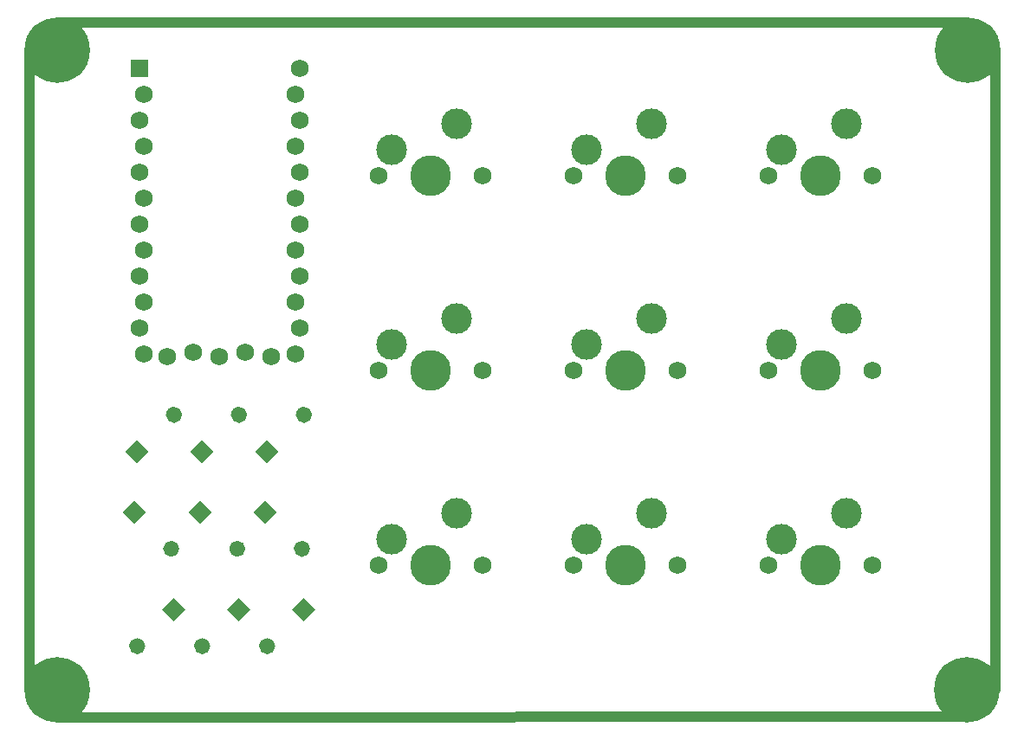
<source format=gts>
G04 #@! TF.GenerationSoftware,KiCad,Pcbnew,(5.1.10-1-10_14)*
G04 #@! TF.CreationDate,2021-09-27T01:36:05+08:00*
G04 #@! TF.ProjectId,SMP v.2,534d5020-762e-4322-9e6b-696361645f70,rev?*
G04 #@! TF.SameCoordinates,Original*
G04 #@! TF.FileFunction,Soldermask,Top*
G04 #@! TF.FilePolarity,Negative*
%FSLAX46Y46*%
G04 Gerber Fmt 4.6, Leading zero omitted, Abs format (unit mm)*
G04 Created by KiCad (PCBNEW (5.1.10-1-10_14)) date 2021-09-27 01:36:05*
%MOMM*%
%LPD*%
G01*
G04 APERTURE LIST*
%ADD10C,1.000000*%
%ADD11C,1.750000*%
%ADD12C,3.000000*%
%ADD13C,3.987800*%
%ADD14C,6.400000*%
%ADD15C,1.752600*%
%ADD16R,1.752600X1.752600*%
%ADD17C,0.100000*%
G04 APERTURE END LIST*
D10*
X106094801Y-128577340D02*
X106094801Y-66194940D01*
X200459599Y-128577340D02*
X200459599Y-66194940D01*
X108817660Y-131274799D02*
X197637400Y-131246838D01*
X108820200Y-63340001D02*
X197637400Y-63340001D01*
D11*
X150355300Y-78257400D03*
X140195300Y-78257400D03*
D12*
X141465300Y-75717400D03*
D13*
X145275300Y-78257400D03*
D12*
X147815300Y-73177400D03*
D11*
X169405300Y-78257400D03*
X159245300Y-78257400D03*
D12*
X160515300Y-75717400D03*
D13*
X164325300Y-78257400D03*
D12*
X166865300Y-73177400D03*
D11*
X188455300Y-78257400D03*
X178295300Y-78257400D03*
D12*
X179565300Y-75717400D03*
D13*
X183375300Y-78257400D03*
D12*
X185915300Y-73177400D03*
D11*
X150355300Y-97307400D03*
X140195300Y-97307400D03*
D12*
X141465300Y-94767400D03*
D13*
X145275300Y-97307400D03*
D12*
X147815300Y-92227400D03*
D11*
X188455300Y-97307400D03*
X178295300Y-97307400D03*
D12*
X179565300Y-94767400D03*
D13*
X183375300Y-97307400D03*
D12*
X185915300Y-92227400D03*
D11*
X169405300Y-116357400D03*
X159245300Y-116357400D03*
D12*
X160515300Y-113817400D03*
D13*
X164325300Y-116357400D03*
D12*
X166865300Y-111277400D03*
D11*
X188455300Y-116357400D03*
X178295300Y-116357400D03*
D12*
X179565300Y-113817400D03*
D13*
X183375300Y-116357400D03*
D12*
X185915300Y-111277400D03*
D11*
X150355300Y-116357400D03*
X140195300Y-116357400D03*
D12*
X141465300Y-113817400D03*
D13*
X145275300Y-116357400D03*
D12*
X147815300Y-111277400D03*
D11*
X169405300Y-97307400D03*
X159245300Y-97307400D03*
D12*
X160515300Y-94767400D03*
D13*
X164325300Y-97307400D03*
D12*
X166865300Y-92227400D03*
D14*
X197713055Y-128549400D03*
X108794800Y-128574800D03*
X197759600Y-66040000D03*
X108794800Y-66040000D03*
D15*
X119583200Y-95986600D03*
X122123200Y-95529400D03*
X124663200Y-95986600D03*
X127203200Y-95529400D03*
X129743200Y-95986600D03*
X132511800Y-67818000D03*
X117271800Y-95758000D03*
X132054600Y-70358000D03*
X132511800Y-72898000D03*
X132054600Y-75438000D03*
X132511800Y-77978000D03*
X132054600Y-80518000D03*
X132511800Y-83058000D03*
X132054600Y-85598000D03*
X132511800Y-88138000D03*
X132054600Y-90678000D03*
X132511800Y-93218000D03*
X132054600Y-95758000D03*
X116814600Y-93218000D03*
X117271800Y-90678000D03*
X116814600Y-88138000D03*
X117271800Y-85598000D03*
X116814600Y-83058000D03*
X117271800Y-80518000D03*
X116814600Y-77978000D03*
X117271800Y-75438000D03*
X116814600Y-72898000D03*
X117271800Y-70358000D03*
D16*
X116814600Y-67818000D03*
G36*
G01*
X119649839Y-102258395D02*
X119649839Y-102258395D01*
G75*
G02*
X119649839Y-101127025I565685J565685D01*
G01*
X119649839Y-101127025D01*
G75*
G02*
X120781209Y-101127025I565685J-565685D01*
G01*
X120781209Y-101127025D01*
G75*
G02*
X120781209Y-102258395I-565685J-565685D01*
G01*
X120781209Y-102258395D01*
G75*
G02*
X119649839Y-102258395I-565685J565685D01*
G01*
G37*
D17*
G36*
X116623422Y-106416183D02*
G01*
X115492051Y-105284812D01*
X116623422Y-104153441D01*
X117754793Y-105284812D01*
X116623422Y-106416183D01*
G37*
G36*
G01*
X125999839Y-102258395D02*
X125999839Y-102258395D01*
G75*
G02*
X125999839Y-101127025I565685J565685D01*
G01*
X125999839Y-101127025D01*
G75*
G02*
X127131209Y-101127025I565685J-565685D01*
G01*
X127131209Y-101127025D01*
G75*
G02*
X127131209Y-102258395I-565685J-565685D01*
G01*
X127131209Y-102258395D01*
G75*
G02*
X125999839Y-102258395I-565685J565685D01*
G01*
G37*
G36*
X122973422Y-106416183D02*
G01*
X121842051Y-105284812D01*
X122973422Y-104153441D01*
X124104793Y-105284812D01*
X122973422Y-106416183D01*
G37*
G36*
G01*
X132349839Y-102258395D02*
X132349839Y-102258395D01*
G75*
G02*
X132349839Y-101127025I565685J565685D01*
G01*
X132349839Y-101127025D01*
G75*
G02*
X133481209Y-101127025I565685J-565685D01*
G01*
X133481209Y-101127025D01*
G75*
G02*
X133481209Y-102258395I-565685J-565685D01*
G01*
X133481209Y-102258395D01*
G75*
G02*
X132349839Y-102258395I-565685J565685D01*
G01*
G37*
G36*
X129323422Y-106416183D02*
G01*
X128192051Y-105284812D01*
X129323422Y-104153441D01*
X130454793Y-105284812D01*
X129323422Y-106416183D01*
G37*
G36*
G01*
X132161423Y-114230293D02*
X132161423Y-114230293D01*
G75*
G02*
X133292793Y-114230293I565685J-565685D01*
G01*
X133292793Y-114230293D01*
G75*
G02*
X133292793Y-115361663I-565685J-565685D01*
G01*
X133292793Y-115361663D01*
G75*
G02*
X132161423Y-115361663I-565685J565685D01*
G01*
X132161423Y-115361663D01*
G75*
G02*
X132161423Y-114230293I565685J565685D01*
G01*
G37*
G36*
X128003635Y-111203876D02*
G01*
X129135006Y-110072505D01*
X130266377Y-111203876D01*
X129135006Y-112335247D01*
X128003635Y-111203876D01*
G37*
G36*
G01*
X125831743Y-114230293D02*
X125831743Y-114230293D01*
G75*
G02*
X126963113Y-114230293I565685J-565685D01*
G01*
X126963113Y-114230293D01*
G75*
G02*
X126963113Y-115361663I-565685J-565685D01*
G01*
X126963113Y-115361663D01*
G75*
G02*
X125831743Y-115361663I-565685J565685D01*
G01*
X125831743Y-115361663D01*
G75*
G02*
X125831743Y-114230293I565685J565685D01*
G01*
G37*
G36*
X121673955Y-111203876D02*
G01*
X122805326Y-110072505D01*
X123936697Y-111203876D01*
X122805326Y-112335247D01*
X121673955Y-111203876D01*
G37*
G36*
G01*
X119377467Y-114230293D02*
X119377467Y-114230293D01*
G75*
G02*
X120508837Y-114230293I565685J-565685D01*
G01*
X120508837Y-114230293D01*
G75*
G02*
X120508837Y-115361663I-565685J-565685D01*
G01*
X120508837Y-115361663D01*
G75*
G02*
X119377467Y-115361663I-565685J565685D01*
G01*
X119377467Y-115361663D01*
G75*
G02*
X119377467Y-114230293I565685J565685D01*
G01*
G37*
G36*
X115219679Y-111203876D02*
G01*
X116351050Y-110072505D01*
X117482421Y-111203876D01*
X116351050Y-112335247D01*
X115219679Y-111203876D01*
G37*
G36*
G01*
X129889107Y-123755293D02*
X129889107Y-123755293D01*
G75*
G02*
X129889107Y-124886663I-565685J-565685D01*
G01*
X129889107Y-124886663D01*
G75*
G02*
X128757737Y-124886663I-565685J565685D01*
G01*
X128757737Y-124886663D01*
G75*
G02*
X128757737Y-123755293I565685J565685D01*
G01*
X128757737Y-123755293D01*
G75*
G02*
X129889107Y-123755293I565685J-565685D01*
G01*
G37*
G36*
X132915524Y-119597505D02*
G01*
X134046895Y-120728876D01*
X132915524Y-121860247D01*
X131784153Y-120728876D01*
X132915524Y-119597505D01*
G37*
G36*
G01*
X123539107Y-123755293D02*
X123539107Y-123755293D01*
G75*
G02*
X123539107Y-124886663I-565685J-565685D01*
G01*
X123539107Y-124886663D01*
G75*
G02*
X122407737Y-124886663I-565685J565685D01*
G01*
X122407737Y-124886663D01*
G75*
G02*
X122407737Y-123755293I565685J565685D01*
G01*
X122407737Y-123755293D01*
G75*
G02*
X123539107Y-123755293I565685J-565685D01*
G01*
G37*
G36*
X126565524Y-119597505D02*
G01*
X127696895Y-120728876D01*
X126565524Y-121860247D01*
X125434153Y-120728876D01*
X126565524Y-119597505D01*
G37*
G36*
G01*
X117189107Y-123755293D02*
X117189107Y-123755293D01*
G75*
G02*
X117189107Y-124886663I-565685J-565685D01*
G01*
X117189107Y-124886663D01*
G75*
G02*
X116057737Y-124886663I-565685J565685D01*
G01*
X116057737Y-124886663D01*
G75*
G02*
X116057737Y-123755293I565685J565685D01*
G01*
X116057737Y-123755293D01*
G75*
G02*
X117189107Y-123755293I565685J-565685D01*
G01*
G37*
G36*
X120215524Y-119597505D02*
G01*
X121346895Y-120728876D01*
X120215524Y-121860247D01*
X119084153Y-120728876D01*
X120215524Y-119597505D01*
G37*
M02*

</source>
